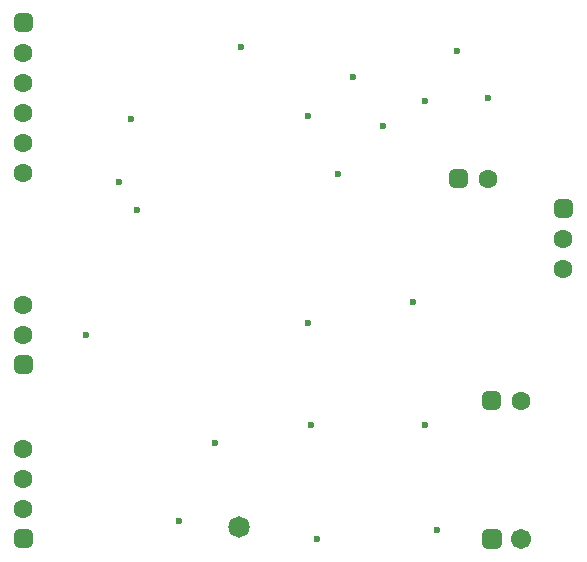
<source format=gbs>
G04 Generated by Ultiboard 14.1 *
%FSLAX24Y24*%
%MOIN*%

%ADD10C,0.0001*%
%ADD11C,0.0236*%
%ADD12C,0.0674*%
%ADD13R,0.0320X0.0320*%
%ADD14C,0.0350*%
%ADD15R,0.0208X0.0208*%
%ADD16C,0.0392*%
%ADD17C,0.0633*%
%ADD18C,0.0717*%


G04 ColorRGB 9900CC for the following layer *
%LNSolder Mask Bottom*%
%LPD*%
G54D10*
G54D11*
X10300Y8800D03*
X10400Y5400D03*
X14600Y1900D03*
X6000Y2200D03*
X10600Y1600D03*
X14200Y5400D03*
X11800Y17000D03*
X10300Y15700D03*
X13800Y9500D03*
X16300Y16300D03*
X14200Y16200D03*
X4000Y13500D03*
X7200Y4800D03*
X2900Y8400D03*
X12800Y15350D03*
X8050Y18000D03*
X4400Y15600D03*
X11300Y13750D03*
X4600Y12550D03*
X15250Y17850D03*
G54D12*
X17400Y1600D03*
G54D13*
X16400Y1600D03*
G54D14*
X16240Y1440D02*
X16560Y1440D01*
X16560Y1760D01*
X16240Y1760D01*
X16240Y1440D01*D02*
G54D15*
X16400Y6200D03*
X800Y1600D03*
X800Y7400D03*
X18800Y12600D03*
X800Y18800D03*
X15300Y13600D03*
G54D16*
X16296Y6096D02*
X16504Y6096D01*
X16504Y6304D01*
X16296Y6304D01*
X16296Y6096D01*D02*
X696Y1496D02*
X904Y1496D01*
X904Y1704D01*
X696Y1704D01*
X696Y1496D01*D02*
X696Y7296D02*
X904Y7296D01*
X904Y7504D01*
X696Y7504D01*
X696Y7296D01*D02*
X18696Y12496D02*
X18904Y12496D01*
X18904Y12704D01*
X18696Y12704D01*
X18696Y12496D01*D02*
X696Y18696D02*
X904Y18696D01*
X904Y18904D01*
X696Y18904D01*
X696Y18696D01*D02*
X15196Y13496D02*
X15404Y13496D01*
X15404Y13704D01*
X15196Y13704D01*
X15196Y13496D01*D02*
G54D17*
X17400Y6200D03*
X800Y3600D03*
X800Y2600D03*
X800Y4600D03*
X800Y8400D03*
X800Y9400D03*
X18800Y11600D03*
X18800Y10600D03*
X800Y17800D03*
X800Y16800D03*
X800Y14800D03*
X800Y15800D03*
X800Y13800D03*
X16300Y13600D03*
G54D18*
X8000Y2000D03*

M02*

</source>
